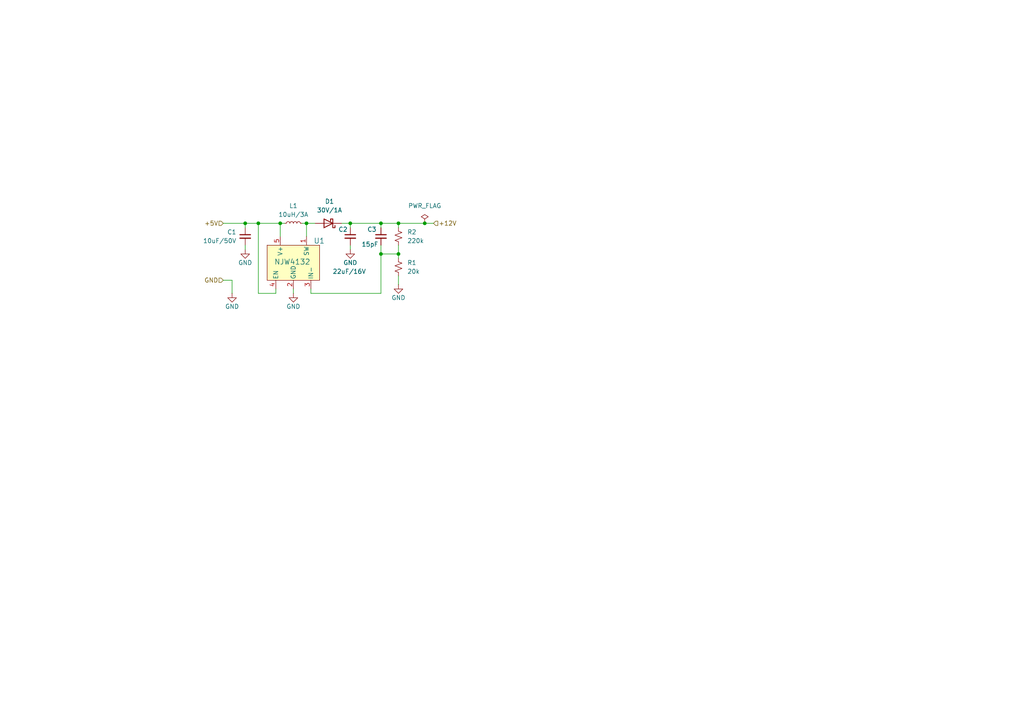
<source format=kicad_sch>
(kicad_sch (version 20231120) (generator "eeschema") (generator_version "8.0")
  (paper "A4")
  (title_block (date "2025-02-10") (rev "1"))
  (lib_symbols
    (symbol "Device:C_Small" (pin_numbers hide) (pin_names (offset 0.254) hide)
      (property "Reference" "C" (at 0.254 1.778 0))
      (property "Value" "C_Small" (at 0.254 -2.032 0))
      (symbol "C_Small_0_1"
        (polyline (pts (xy -1.524 -0.508) (xy 1.524 -0.508)) (stroke (width 0.3302)))
        (polyline (pts (xy -1.524 0.508) (xy 1.524 0.508)) (stroke (width 0.3048)))
      )
      (symbol "C_Small_1_1"
        (pin passive line (at 0 2.54 270) (length 2.032) (name "~") (number "1"))
        (pin passive line (at 0 -2.54 90) (length 2.032) (name "~") (number "2"))
      )
    )
    (symbol "Device:L_Small" (pin_numbers hide) (pin_names (offset 0.254) hide)
      (property "Reference" "L" (at 0.762 1.016 0))
      (property "Value" "L_Small" (at 0.762 -1.016 0))
      (symbol "L_Small_0_1"
        (arc (start 0 -2.032) (mid 0.5058 -1.524) (end 0 -1.016))
        (arc (start 0 -1.016) (mid 0.5058 -0.508) (end 0 0))
        (arc (start 0 0) (mid 0.5058 0.508) (end 0 1.016))
        (arc (start 0 1.016) (mid 0.5058 1.524) (end 0 2.032))
      )
      (symbol "L_Small_1_1"
        (pin passive line (at 0 2.54 270) (length 0.508) (name "~") (number "1"))
        (pin passive line (at 0 -2.54 90) (length 0.508) (name "~") (number "2"))
      )
    )
    (symbol "Device:R_Small_US" (pin_numbers hide) (pin_names (offset 0.254) hide)
      (property "Reference" "R" (at 0.762 0.508 0))
      (property "Value" "R_Small_US" (at 0.762 -1.016 0))
      (symbol "R_Small_US_1_1"
        (polyline (pts (xy 0 0) (xy 1.016 -0.381) (xy 0 -0.762) (xy -1.016 -1.143) (xy 0 -1.524)))
        (polyline (pts (xy 0 1.524) (xy 1.016 1.143) (xy 0 0.762) (xy -1.016 0.381) (xy 0 0)))
        (pin passive line (at 0 2.54 270) (length 1.016) (name "~") (number "1"))
        (pin passive line (at 0 -2.54 90) (length 1.016) (name "~") (number "2"))
      )
    )
    (symbol "Diode:SB130" (pin_numbers hide) (pin_names (offset 1.016) hide)
      (property "Reference" "D" (at 0 2.54 0))
      (property "Value" "SB130" (at 0 -2.54 0))
      (symbol "SB130_0_1"
        (polyline (pts (xy 1.27 0) (xy -1.27 0)))
        (polyline (pts (xy 1.27 1.27) (xy 1.27 -1.27) (xy -1.27 0) (xy 1.27 1.27)) (stroke (width 0.254)))
        (polyline (pts (xy -1.905 0.635) (xy -1.905 1.27) (xy -1.27 1.27) (xy -1.27 -1.27) (xy -0.635 -1.27) (xy -0.635 -0.635)) (stroke (width 0.254)))
      )
      (symbol "SB130_1_1"
        (pin passive line (at -3.81 0 0) (length 2.54) (name "K") (number "1"))
        (pin passive line (at 3.81 0 180) (length 2.54) (name "A") (number "2"))
      )
    )
    (symbol "nisshinbo:NJW4132U2-C-TE1" (pin_names (offset 0.254))
      (property "Reference" "U" (at 13.97 1.524 0))
      (property "Value" "NJW4132" (at 7.62 -5.08 0))
      (symbol "NJW4132U2-C-TE1_1_1"
        (rectangle (start 0 0) (end 15.24 -10.16) (fill (type background)))
        (pin output line (at 11.43 2.54 270) (length 2.54) (name "SW") (number "1"))
        (pin power_in line (at 7.62 -12.7 90) (length 2.54) (name "GND") (number "2"))
        (pin input line (at 12.7 -12.7 90) (length 2.54) (name "IN-") (number "3"))
        (pin input line (at 2.54 -12.7 90) (length 2.54) (name "EN") (number "4"))
        (pin power_in line (at 3.81 2.54 270) (length 2.54) (name "V+") (number "5"))
      )
    )
    (symbol "power:GND" (power) (pin_numbers hide) (pin_names (offset 0) hide)
      (property "Value" "GND" (at 0 -3.81 0))
      (symbol "GND_0_1"
        (polyline (pts (xy 0 0) (xy 0 -1.27) (xy 1.27 -1.27) (xy 0 -2.54) (xy -1.27 -1.27) (xy 0 -1.27)))
      )
      (symbol "GND_1_1"
        (pin power_in line (at 0 0 270) (length 0) (name "~") (number "1"))
      )
    )
    (symbol "power:PWR_FLAG" (power) (pin_numbers hide) (pin_names (offset 0) hide)
      (property "Value" "PWR_FLAG" (at 0 3.81 0))
      (symbol "PWR_FLAG_0_0"
        (pin power_out line (at 0 0 90) (length 0) (name "~") (number "1"))
      )
      (symbol "PWR_FLAG_0_1"
        (polyline (pts (xy 0 0) (xy 0 1.27) (xy -1.016 1.905) (xy 0 2.54) (xy 1.016 1.905) (xy 0 1.27)))
      )
    )
  )
  (junction (at 115.57 64.77))
  (junction (at 81.28 64.77))
  (junction (at 74.93 64.77))
  (junction (at 71.12 64.77))
  (junction (at 110.49 64.77))
  (junction (at 101.6 64.77))
  (junction (at 88.9 64.77))
  (junction (at 115.57 73.66))
  (junction (at 110.49 73.66))
  (junction (at 123.19 64.77))
  (wire (pts (xy 71.12 64.77) (xy 74.93 64.77)))
  (wire (pts (xy 74.93 64.77) (xy 74.93 85.09)))
  (wire (pts (xy 115.57 64.77) (xy 115.57 66.04)))
  (wire (pts (xy 85.09 85.09) (xy 85.09 83.82)))
  (wire (pts (xy 115.57 71.12) (xy 115.57 73.66)))
  (wire (pts (xy 110.49 73.66) (xy 115.57 73.66)))
  (wire (pts (xy 64.77 64.77) (xy 71.12 64.77)))
  (wire (pts (xy 88.9 64.77) (xy 91.44 64.77)))
  (wire (pts (xy 88.9 64.77) (xy 88.9 68.58)))
  (wire (pts (xy 64.77 81.28) (xy 67.31 81.28)))
  (wire (pts (xy 80.01 85.09) (xy 74.93 85.09)))
  (wire (pts (xy 81.28 64.77) (xy 81.28 68.58)))
  (wire (pts (xy 115.57 73.66) (xy 115.57 74.93)))
  (wire (pts (xy 101.6 71.12) (xy 101.6 72.39)))
  (wire (pts (xy 115.57 64.77) (xy 123.19 64.77)))
  (wire (pts (xy 87.63 64.77) (xy 88.9 64.77)))
  (wire (pts (xy 81.28 64.77) (xy 82.55 64.77)))
  (wire (pts (xy 110.49 64.77) (xy 115.57 64.77)))
  (wire (pts (xy 67.31 81.28) (xy 67.31 85.09)))
  (wire (pts (xy 110.49 85.09) (xy 90.17 85.09)))
  (wire (pts (xy 71.12 66.04) (xy 71.12 64.77)))
  (wire (pts (xy 110.49 71.12) (xy 110.49 73.66)))
  (wire (pts (xy 110.49 73.66) (xy 110.49 85.09)))
  (wire (pts (xy 71.12 72.39) (xy 71.12 71.12)))
  (wire (pts (xy 90.17 85.09) (xy 90.17 83.82)))
  (wire (pts (xy 99.06 64.77) (xy 101.6 64.77)))
  (wire (pts (xy 123.19 64.77) (xy 125.73 64.77)))
  (wire (pts (xy 110.49 64.77) (xy 110.49 66.04)))
  (wire (pts (xy 115.57 80.01) (xy 115.57 82.55)))
  (wire (pts (xy 74.93 64.77) (xy 81.28 64.77)))
  (wire (pts (xy 101.6 64.77) (xy 110.49 64.77)))
  (wire (pts (xy 101.6 64.77) (xy 101.6 66.04)))
  (wire (pts (xy 80.01 83.82) (xy 80.01 85.09)))
  (hierarchical_label "GND" (shape input) (at 64.77 81.28 180))
  (hierarchical_label "+5V" (shape input) (at 64.77 64.77 180))
  (hierarchical_label "+12V" (shape input) (at 125.73 64.77 0))
  (symbol (lib_id "Device:R_Small_US") (at 115.57 68.58 0) (unit 1)
    (property "Reference" "R2" (at 118.11 67.3099 0) (effects (justify left)))
    (property "Value" "220k" (at 118.11 69.8499 0) (effects (justify left)))
    (property "Footprint" "Resistor_SMD:R_0603_1608Metric_Pad0.98x0.95mm_HandSolder" (effects (hide yes)))
    (property "Description" "Resistor, small US symbol" (effects (hide yes)))
  )
  (symbol (lib_id "Device:L_Small") (at 85.09 64.77 90) (unit 1)
    (property "Reference" "L1" (at 85.09 59.69 90))
    (property "Value" "10uH/3A" (at 85.09 62.23 90))
    (property "Footprint" "murata:IND_DFE322512F_MUR-M" (effects (hide yes)))
    (property "Description" "Inductor, small symbol" (effects (hide yes)))
  )
  (symbol (lib_id "Diode:SB130") (at 95.25 64.77 180) (unit 1)
    (property "Reference" "D1" (at 95.5675 58.42 0))
    (property "Value" "30V/1A" (at 95.5675 60.96 0))
    (property "Footprint" "murata:CR_60M-60_ROM-M" (effects (hide yes)))
    (property "Datasheet" "http://www.diodes.com/_files/datasheets/ds23022.pdf" (effects (hide yes)))
    (property "Description" "30V 1A Schottky Barrier Rectifier Diode, DO-41" (effects (hide yes)))
    (instances (project "dcdc+12v" (path "" (reference "D1") (unit 1))) (project "" (path "" (reference "D2") (unit 1))))
  )
  (symbol (lib_id "nisshinbo:NJW4132U2-C-TE1") (at 77.47 71.12 0) (unit 1)
    (property "Reference" "U1" (at 90.932 69.85 0) (effects (font (size 1.524 1.524)) (justify left)))
    (property "Value" "NJW4132" (at 79.502 75.946 0) (effects (font (size 1.524 1.524)) (justify left)))
    (property "Footprint" "nisshinbo:SOT-89-5_NMD-M" (effects (hide yes)))
    (property "Datasheet" "NJW4132U2-C-TE1" (effects (hide yes)))
    (instances (project "dcdc+12v" (path "" (reference "U1") (unit 1))) (project "" (path "" (reference "U3") (unit 1))))
  )
  (symbol (lib_id "power:GND") (at 67.31 85.09 0) (unit 1)
    (property "Reference" "#PWR014" (effects (hide yes)))
    (property "Value" "GND" (at 67.31 88.9 0))
    (property "Description" "Power symbol creates a global label with name \"GND\" , ground" (effects (hide yes)))
  )
  (symbol (lib_id "power:PWR_FLAG") (at 123.19 64.77 0) (unit 1)
    (property "Reference" "#FLG04" (effects (hide yes)))
    (property "Value" "PWR_FLAG" (at 123.19 59.69 0))
    (property "Description" "Special symbol for telling ERC where power comes from" (effects (hide yes)))
  )
  (symbol (lib_id "power:GND") (at 101.6 72.39 0) (unit 1)
    (property "Reference" "#PWR04" (effects (hide yes)))
    (property "Value" "GND" (at 101.6 76.2 0))
    (property "Description" "Power symbol creates a global label with name \"GND\" , ground" (effects (hide yes)))
    (instances (project "dcdc+12v" (path "" (reference "#PWR04") (unit 1))) (project "" (path "" (reference "#PWR017") (unit 1))))
  )
  (symbol (lib_id "power:GND") (at 71.12 72.39 0) (unit 1)
    (property "Reference" "#PWR02" (effects (hide yes)))
    (property "Value" "GND" (at 71.12 76.2 0))
    (property "Description" "Power symbol creates a global label with name \"GND\" , ground" (effects (hide yes)))
    (instances (project "dcdc+12v" (path "" (reference "#PWR02") (unit 1))) (project "" (path "" (reference "#PWR015") (unit 1))))
  )
  (symbol (lib_id "power:GND") (at 115.57 82.55 0) (unit 1)
    (property "Reference" "#PWR05" (effects (hide yes)))
    (property "Value" "GND" (at 115.57 86.36 0))
    (property "Description" "Power symbol creates a global label with name \"GND\" , ground" (effects (hide yes)))
    (instances (project "dcdc+12v" (path "" (reference "#PWR05") (unit 1))) (project "" (path "" (reference "#PWR018") (unit 1))))
  )
  (symbol (lib_id "Device:R_Small_US") (at 115.57 77.47 0) (unit 1)
    (property "Reference" "R1" (at 118.11 76.1999 0) (effects (justify left)))
    (property "Value" "20k" (at 118.11 78.7399 0) (effects (justify left)))
    (property "Footprint" "Resistor_SMD:R_0603_1608Metric_Pad0.98x0.95mm_HandSolder" (effects (hide yes)))
    (property "Description" "Resistor, small US symbol" (effects (hide yes)))
    (instances (project "dcdc+12v" (path "" (reference "R1") (unit 1))) (project "" (path "" (reference "R3") (unit 1))))
  )
  (symbol (lib_id "Device:C_Small") (at 101.6 68.58 0) (mirror y) (unit 1)
    (property "Reference" "C2" (at 100.838 66.548 0) (effects (justify left)))
    (property "Value" "22uF/16V" (at 106.172 78.74 0) (effects (justify left)))
    (property "Footprint" "Capacitor_SMD:C_0603_1608Metric_Pad1.08x0.95mm_HandSolder" (effects (hide yes)))
    (property "Description" "Unpolarized capacitor, small symbol" (effects (hide yes)))
    (instances (project "dcdc+12v" (path "" (reference "C2") (unit 1))) (project "" (path "" (reference "C4") (unit 1))))
  )
  (symbol (lib_id "power:GND") (at 85.09 85.09 0) (unit 1)
    (property "Reference" "#PWR03" (effects (hide yes)))
    (property "Value" "GND" (at 85.09 88.9 0))
    (property "Description" "Power symbol creates a global label with name \"GND\" , ground" (effects (hide yes)))
    (instances (project "dcdc+12v" (path "" (reference "#PWR03") (unit 1))) (project "" (path "" (reference "#PWR016") (unit 1))))
  )
  (symbol (lib_id "Device:C_Small") (at 110.49 68.58 0) (mirror y) (unit 1)
    (property "Reference" "C3" (at 109.22 66.548 0) (effects (justify left)))
    (property "Value" "15pF" (at 109.728 70.866 0) (effects (justify left)))
    (property "Footprint" "Capacitor_SMD:C_0603_1608Metric_Pad1.08x0.95mm_HandSolder" (effects (hide yes)))
    (property "Description" "Unpolarized capacitor, small symbol" (effects (hide yes)))
    (instances (project "dcdc+12v" (path "" (reference "C3") (unit 1))) (project "" (path "" (reference "C5") (unit 1))))
  )
  (symbol (lib_id "Device:C_Small") (at 71.12 68.58 0) (mirror y) (unit 1)
    (property "Reference" "C1" (at 68.58 67.3162 0) (effects (justify left)))
    (property "Value" "10uF/50V" (at 68.58 69.8562 0) (effects (justify left)))
    (property "Footprint" "Capacitor_SMD:C_0603_1608Metric_Pad1.08x0.95mm_HandSolder" (effects (hide yes)))
    (property "Description" "Unpolarized capacitor, small symbol" (effects (hide yes)))
    (instances (project "dcdc+12v" (path "" (reference "C1") (unit 1))) (project "" (path "" (reference "C3") (unit 1))))
  )
)
</source>
